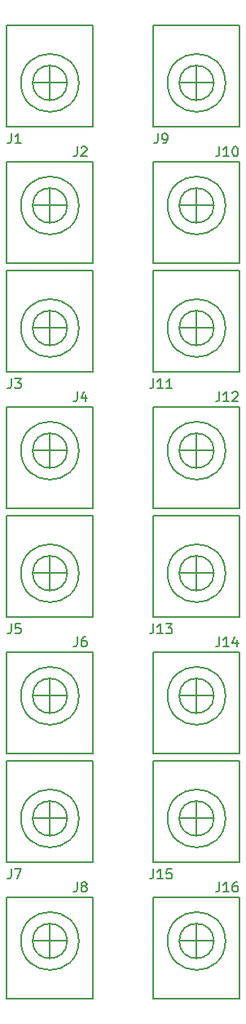
<source format=gbr>
G04 #@! TF.GenerationSoftware,KiCad,Pcbnew,5.1.4-e60b266~84~ubuntu18.04.1*
G04 #@! TF.CreationDate,2019-10-28T13:22:00+08:00*
G04 #@! TF.ProjectId,Lines,4c696e65-732e-46b6-9963-61645f706362,rev?*
G04 #@! TF.SameCoordinates,Original*
G04 #@! TF.FileFunction,Legend,Top*
G04 #@! TF.FilePolarity,Positive*
%FSLAX46Y46*%
G04 Gerber Fmt 4.6, Leading zero omitted, Abs format (unit mm)*
G04 Created by KiCad (PCBNEW 5.1.4-e60b266~84~ubuntu18.04.1) date 2019-10-28 13:22:00*
%MOMM*%
%LPD*%
G04 APERTURE LIST*
%ADD10C,0.150000*%
G04 APERTURE END LIST*
D10*
X136420000Y-146050000D02*
G75*
G03X136420000Y-146050000I-1800000J0D01*
G01*
X137626659Y-146050000D02*
G75*
G03X137626659Y-146050000I-3006659J0D01*
G01*
X139120000Y-152050000D02*
X139120000Y-141550000D01*
X130120000Y-152050000D02*
X139120000Y-152050000D01*
X130120000Y-141550000D02*
X130120000Y-152050000D01*
X139120000Y-141550000D02*
X130120000Y-141550000D01*
X134620000Y-147850000D02*
X134620000Y-144250000D01*
X132820000Y-146050000D02*
X136420000Y-146050000D01*
X136420000Y-133350000D02*
G75*
G03X136420000Y-133350000I-1800000J0D01*
G01*
X137626659Y-133350000D02*
G75*
G03X137626659Y-133350000I-3006659J0D01*
G01*
X130120000Y-127350000D02*
X130120000Y-137850000D01*
X139120000Y-127350000D02*
X130120000Y-127350000D01*
X139120000Y-137850000D02*
X139120000Y-127350000D01*
X130120000Y-137850000D02*
X139120000Y-137850000D01*
X134620000Y-131550000D02*
X134620000Y-135150000D01*
X136420000Y-133350000D02*
X132820000Y-133350000D01*
X136420000Y-120650000D02*
G75*
G03X136420000Y-120650000I-1800000J0D01*
G01*
X137626659Y-120650000D02*
G75*
G03X137626659Y-120650000I-3006659J0D01*
G01*
X139120000Y-126650000D02*
X139120000Y-116150000D01*
X130120000Y-126650000D02*
X139120000Y-126650000D01*
X130120000Y-116150000D02*
X130120000Y-126650000D01*
X139120000Y-116150000D02*
X130120000Y-116150000D01*
X134620000Y-122450000D02*
X134620000Y-118850000D01*
X132820000Y-120650000D02*
X136420000Y-120650000D01*
X136420000Y-107950000D02*
G75*
G03X136420000Y-107950000I-1800000J0D01*
G01*
X137626659Y-107950000D02*
G75*
G03X137626659Y-107950000I-3006659J0D01*
G01*
X130120000Y-101950000D02*
X130120000Y-112450000D01*
X139120000Y-101950000D02*
X130120000Y-101950000D01*
X139120000Y-112450000D02*
X139120000Y-101950000D01*
X130120000Y-112450000D02*
X139120000Y-112450000D01*
X134620000Y-106150000D02*
X134620000Y-109750000D01*
X136420000Y-107950000D02*
X132820000Y-107950000D01*
X136420000Y-95250000D02*
G75*
G03X136420000Y-95250000I-1800000J0D01*
G01*
X137626659Y-95250000D02*
G75*
G03X137626659Y-95250000I-3006659J0D01*
G01*
X139120000Y-101250000D02*
X139120000Y-90750000D01*
X130120000Y-101250000D02*
X139120000Y-101250000D01*
X130120000Y-90750000D02*
X130120000Y-101250000D01*
X139120000Y-90750000D02*
X130120000Y-90750000D01*
X134620000Y-97050000D02*
X134620000Y-93450000D01*
X132820000Y-95250000D02*
X136420000Y-95250000D01*
X136420000Y-82550000D02*
G75*
G03X136420000Y-82550000I-1800000J0D01*
G01*
X137626659Y-82550000D02*
G75*
G03X137626659Y-82550000I-3006659J0D01*
G01*
X130120000Y-76550000D02*
X130120000Y-87050000D01*
X139120000Y-76550000D02*
X130120000Y-76550000D01*
X139120000Y-87050000D02*
X139120000Y-76550000D01*
X130120000Y-87050000D02*
X139120000Y-87050000D01*
X134620000Y-80750000D02*
X134620000Y-84350000D01*
X136420000Y-82550000D02*
X132820000Y-82550000D01*
X136420000Y-69850000D02*
G75*
G03X136420000Y-69850000I-1800000J0D01*
G01*
X137626659Y-69850000D02*
G75*
G03X137626659Y-69850000I-3006659J0D01*
G01*
X139120000Y-75850000D02*
X139120000Y-65350000D01*
X130120000Y-75850000D02*
X139120000Y-75850000D01*
X130120000Y-65350000D02*
X130120000Y-75850000D01*
X139120000Y-65350000D02*
X130120000Y-65350000D01*
X134620000Y-71650000D02*
X134620000Y-68050000D01*
X132820000Y-69850000D02*
X136420000Y-69850000D01*
X136420000Y-57150000D02*
G75*
G03X136420000Y-57150000I-1800000J0D01*
G01*
X137626659Y-57150000D02*
G75*
G03X137626659Y-57150000I-3006659J0D01*
G01*
X130120000Y-51150000D02*
X130120000Y-61650000D01*
X139120000Y-51150000D02*
X130120000Y-51150000D01*
X139120000Y-61650000D02*
X139120000Y-51150000D01*
X130120000Y-61650000D02*
X139120000Y-61650000D01*
X134620000Y-55350000D02*
X134620000Y-58950000D01*
X136420000Y-57150000D02*
X132820000Y-57150000D01*
X121180000Y-146050000D02*
G75*
G03X121180000Y-146050000I-1800000J0D01*
G01*
X122386659Y-146050000D02*
G75*
G03X122386659Y-146050000I-3006659J0D01*
G01*
X123880000Y-152050000D02*
X123880000Y-141550000D01*
X114880000Y-152050000D02*
X123880000Y-152050000D01*
X114880000Y-141550000D02*
X114880000Y-152050000D01*
X123880000Y-141550000D02*
X114880000Y-141550000D01*
X119380000Y-147850000D02*
X119380000Y-144250000D01*
X117580000Y-146050000D02*
X121180000Y-146050000D01*
X121180000Y-133350000D02*
G75*
G03X121180000Y-133350000I-1800000J0D01*
G01*
X122386659Y-133350000D02*
G75*
G03X122386659Y-133350000I-3006659J0D01*
G01*
X114880000Y-127350000D02*
X114880000Y-137850000D01*
X123880000Y-127350000D02*
X114880000Y-127350000D01*
X123880000Y-137850000D02*
X123880000Y-127350000D01*
X114880000Y-137850000D02*
X123880000Y-137850000D01*
X119380000Y-131550000D02*
X119380000Y-135150000D01*
X121180000Y-133350000D02*
X117580000Y-133350000D01*
X121180000Y-120650000D02*
G75*
G03X121180000Y-120650000I-1800000J0D01*
G01*
X122386659Y-120650000D02*
G75*
G03X122386659Y-120650000I-3006659J0D01*
G01*
X123880000Y-126650000D02*
X123880000Y-116150000D01*
X114880000Y-126650000D02*
X123880000Y-126650000D01*
X114880000Y-116150000D02*
X114880000Y-126650000D01*
X123880000Y-116150000D02*
X114880000Y-116150000D01*
X119380000Y-122450000D02*
X119380000Y-118850000D01*
X117580000Y-120650000D02*
X121180000Y-120650000D01*
X121180000Y-107950000D02*
G75*
G03X121180000Y-107950000I-1800000J0D01*
G01*
X122386659Y-107950000D02*
G75*
G03X122386659Y-107950000I-3006659J0D01*
G01*
X114880000Y-101950000D02*
X114880000Y-112450000D01*
X123880000Y-101950000D02*
X114880000Y-101950000D01*
X123880000Y-112450000D02*
X123880000Y-101950000D01*
X114880000Y-112450000D02*
X123880000Y-112450000D01*
X119380000Y-106150000D02*
X119380000Y-109750000D01*
X121180000Y-107950000D02*
X117580000Y-107950000D01*
X121180000Y-95250000D02*
G75*
G03X121180000Y-95250000I-1800000J0D01*
G01*
X122386659Y-95250000D02*
G75*
G03X122386659Y-95250000I-3006659J0D01*
G01*
X123880000Y-101250000D02*
X123880000Y-90750000D01*
X114880000Y-101250000D02*
X123880000Y-101250000D01*
X114880000Y-90750000D02*
X114880000Y-101250000D01*
X123880000Y-90750000D02*
X114880000Y-90750000D01*
X119380000Y-97050000D02*
X119380000Y-93450000D01*
X117580000Y-95250000D02*
X121180000Y-95250000D01*
X121180000Y-82550000D02*
G75*
G03X121180000Y-82550000I-1800000J0D01*
G01*
X122386659Y-82550000D02*
G75*
G03X122386659Y-82550000I-3006659J0D01*
G01*
X114880000Y-76550000D02*
X114880000Y-87050000D01*
X123880000Y-76550000D02*
X114880000Y-76550000D01*
X123880000Y-87050000D02*
X123880000Y-76550000D01*
X114880000Y-87050000D02*
X123880000Y-87050000D01*
X119380000Y-80750000D02*
X119380000Y-84350000D01*
X121180000Y-82550000D02*
X117580000Y-82550000D01*
X121180000Y-69850000D02*
G75*
G03X121180000Y-69850000I-1800000J0D01*
G01*
X122386659Y-69850000D02*
G75*
G03X122386659Y-69850000I-3006659J0D01*
G01*
X123880000Y-75850000D02*
X123880000Y-65350000D01*
X114880000Y-75850000D02*
X123880000Y-75850000D01*
X114880000Y-65350000D02*
X114880000Y-75850000D01*
X123880000Y-65350000D02*
X114880000Y-65350000D01*
X119380000Y-71650000D02*
X119380000Y-68050000D01*
X117580000Y-69850000D02*
X121180000Y-69850000D01*
X121180000Y-57150000D02*
G75*
G03X121180000Y-57150000I-1800000J0D01*
G01*
X122386659Y-57150000D02*
G75*
G03X122386659Y-57150000I-3006659J0D01*
G01*
X114880000Y-51150000D02*
X114880000Y-61650000D01*
X123880000Y-51150000D02*
X114880000Y-51150000D01*
X123880000Y-61650000D02*
X123880000Y-51150000D01*
X114880000Y-61650000D02*
X123880000Y-61650000D01*
X119380000Y-55350000D02*
X119380000Y-58950000D01*
X121180000Y-57150000D02*
X117580000Y-57150000D01*
X136985476Y-139956380D02*
X136985476Y-140670666D01*
X136937857Y-140813523D01*
X136842619Y-140908761D01*
X136699761Y-140956380D01*
X136604523Y-140956380D01*
X137985476Y-140956380D02*
X137414047Y-140956380D01*
X137699761Y-140956380D02*
X137699761Y-139956380D01*
X137604523Y-140099238D01*
X137509285Y-140194476D01*
X137414047Y-140242095D01*
X138842619Y-139956380D02*
X138652142Y-139956380D01*
X138556904Y-140004000D01*
X138509285Y-140051619D01*
X138414047Y-140194476D01*
X138366428Y-140384952D01*
X138366428Y-140765904D01*
X138414047Y-140861142D01*
X138461666Y-140908761D01*
X138556904Y-140956380D01*
X138747380Y-140956380D01*
X138842619Y-140908761D01*
X138890238Y-140861142D01*
X138937857Y-140765904D01*
X138937857Y-140527809D01*
X138890238Y-140432571D01*
X138842619Y-140384952D01*
X138747380Y-140337333D01*
X138556904Y-140337333D01*
X138461666Y-140384952D01*
X138414047Y-140432571D01*
X138366428Y-140527809D01*
X130127476Y-138602380D02*
X130127476Y-139316666D01*
X130079857Y-139459523D01*
X129984619Y-139554761D01*
X129841761Y-139602380D01*
X129746523Y-139602380D01*
X131127476Y-139602380D02*
X130556047Y-139602380D01*
X130841761Y-139602380D02*
X130841761Y-138602380D01*
X130746523Y-138745238D01*
X130651285Y-138840476D01*
X130556047Y-138888095D01*
X132032238Y-138602380D02*
X131556047Y-138602380D01*
X131508428Y-139078571D01*
X131556047Y-139030952D01*
X131651285Y-138983333D01*
X131889380Y-138983333D01*
X131984619Y-139030952D01*
X132032238Y-139078571D01*
X132079857Y-139173809D01*
X132079857Y-139411904D01*
X132032238Y-139507142D01*
X131984619Y-139554761D01*
X131889380Y-139602380D01*
X131651285Y-139602380D01*
X131556047Y-139554761D01*
X131508428Y-139507142D01*
X136985476Y-114556380D02*
X136985476Y-115270666D01*
X136937857Y-115413523D01*
X136842619Y-115508761D01*
X136699761Y-115556380D01*
X136604523Y-115556380D01*
X137985476Y-115556380D02*
X137414047Y-115556380D01*
X137699761Y-115556380D02*
X137699761Y-114556380D01*
X137604523Y-114699238D01*
X137509285Y-114794476D01*
X137414047Y-114842095D01*
X138842619Y-114889714D02*
X138842619Y-115556380D01*
X138604523Y-114508761D02*
X138366428Y-115223047D01*
X138985476Y-115223047D01*
X130127476Y-113202380D02*
X130127476Y-113916666D01*
X130079857Y-114059523D01*
X129984619Y-114154761D01*
X129841761Y-114202380D01*
X129746523Y-114202380D01*
X131127476Y-114202380D02*
X130556047Y-114202380D01*
X130841761Y-114202380D02*
X130841761Y-113202380D01*
X130746523Y-113345238D01*
X130651285Y-113440476D01*
X130556047Y-113488095D01*
X131460809Y-113202380D02*
X132079857Y-113202380D01*
X131746523Y-113583333D01*
X131889380Y-113583333D01*
X131984619Y-113630952D01*
X132032238Y-113678571D01*
X132079857Y-113773809D01*
X132079857Y-114011904D01*
X132032238Y-114107142D01*
X131984619Y-114154761D01*
X131889380Y-114202380D01*
X131603666Y-114202380D01*
X131508428Y-114154761D01*
X131460809Y-114107142D01*
X136985476Y-89156380D02*
X136985476Y-89870666D01*
X136937857Y-90013523D01*
X136842619Y-90108761D01*
X136699761Y-90156380D01*
X136604523Y-90156380D01*
X137985476Y-90156380D02*
X137414047Y-90156380D01*
X137699761Y-90156380D02*
X137699761Y-89156380D01*
X137604523Y-89299238D01*
X137509285Y-89394476D01*
X137414047Y-89442095D01*
X138366428Y-89251619D02*
X138414047Y-89204000D01*
X138509285Y-89156380D01*
X138747380Y-89156380D01*
X138842619Y-89204000D01*
X138890238Y-89251619D01*
X138937857Y-89346857D01*
X138937857Y-89442095D01*
X138890238Y-89584952D01*
X138318809Y-90156380D01*
X138937857Y-90156380D01*
X130127476Y-87802380D02*
X130127476Y-88516666D01*
X130079857Y-88659523D01*
X129984619Y-88754761D01*
X129841761Y-88802380D01*
X129746523Y-88802380D01*
X131127476Y-88802380D02*
X130556047Y-88802380D01*
X130841761Y-88802380D02*
X130841761Y-87802380D01*
X130746523Y-87945238D01*
X130651285Y-88040476D01*
X130556047Y-88088095D01*
X132079857Y-88802380D02*
X131508428Y-88802380D01*
X131794142Y-88802380D02*
X131794142Y-87802380D01*
X131698904Y-87945238D01*
X131603666Y-88040476D01*
X131508428Y-88088095D01*
X136985476Y-63756380D02*
X136985476Y-64470666D01*
X136937857Y-64613523D01*
X136842619Y-64708761D01*
X136699761Y-64756380D01*
X136604523Y-64756380D01*
X137985476Y-64756380D02*
X137414047Y-64756380D01*
X137699761Y-64756380D02*
X137699761Y-63756380D01*
X137604523Y-63899238D01*
X137509285Y-63994476D01*
X137414047Y-64042095D01*
X138604523Y-63756380D02*
X138699761Y-63756380D01*
X138795000Y-63804000D01*
X138842619Y-63851619D01*
X138890238Y-63946857D01*
X138937857Y-64137333D01*
X138937857Y-64375428D01*
X138890238Y-64565904D01*
X138842619Y-64661142D01*
X138795000Y-64708761D01*
X138699761Y-64756380D01*
X138604523Y-64756380D01*
X138509285Y-64708761D01*
X138461666Y-64661142D01*
X138414047Y-64565904D01*
X138366428Y-64375428D01*
X138366428Y-64137333D01*
X138414047Y-63946857D01*
X138461666Y-63851619D01*
X138509285Y-63804000D01*
X138604523Y-63756380D01*
X130603666Y-62402380D02*
X130603666Y-63116666D01*
X130556047Y-63259523D01*
X130460809Y-63354761D01*
X130317952Y-63402380D01*
X130222714Y-63402380D01*
X131127476Y-63402380D02*
X131317952Y-63402380D01*
X131413190Y-63354761D01*
X131460809Y-63307142D01*
X131556047Y-63164285D01*
X131603666Y-62973809D01*
X131603666Y-62592857D01*
X131556047Y-62497619D01*
X131508428Y-62450000D01*
X131413190Y-62402380D01*
X131222714Y-62402380D01*
X131127476Y-62450000D01*
X131079857Y-62497619D01*
X131032238Y-62592857D01*
X131032238Y-62830952D01*
X131079857Y-62926190D01*
X131127476Y-62973809D01*
X131222714Y-63021428D01*
X131413190Y-63021428D01*
X131508428Y-62973809D01*
X131556047Y-62926190D01*
X131603666Y-62830952D01*
X122221666Y-139956380D02*
X122221666Y-140670666D01*
X122174047Y-140813523D01*
X122078809Y-140908761D01*
X121935952Y-140956380D01*
X121840714Y-140956380D01*
X122840714Y-140384952D02*
X122745476Y-140337333D01*
X122697857Y-140289714D01*
X122650238Y-140194476D01*
X122650238Y-140146857D01*
X122697857Y-140051619D01*
X122745476Y-140004000D01*
X122840714Y-139956380D01*
X123031190Y-139956380D01*
X123126428Y-140004000D01*
X123174047Y-140051619D01*
X123221666Y-140146857D01*
X123221666Y-140194476D01*
X123174047Y-140289714D01*
X123126428Y-140337333D01*
X123031190Y-140384952D01*
X122840714Y-140384952D01*
X122745476Y-140432571D01*
X122697857Y-140480190D01*
X122650238Y-140575428D01*
X122650238Y-140765904D01*
X122697857Y-140861142D01*
X122745476Y-140908761D01*
X122840714Y-140956380D01*
X123031190Y-140956380D01*
X123126428Y-140908761D01*
X123174047Y-140861142D01*
X123221666Y-140765904D01*
X123221666Y-140575428D01*
X123174047Y-140480190D01*
X123126428Y-140432571D01*
X123031190Y-140384952D01*
X115363666Y-138602380D02*
X115363666Y-139316666D01*
X115316047Y-139459523D01*
X115220809Y-139554761D01*
X115077952Y-139602380D01*
X114982714Y-139602380D01*
X115744619Y-138602380D02*
X116411285Y-138602380D01*
X115982714Y-139602380D01*
X122221666Y-114556380D02*
X122221666Y-115270666D01*
X122174047Y-115413523D01*
X122078809Y-115508761D01*
X121935952Y-115556380D01*
X121840714Y-115556380D01*
X123126428Y-114556380D02*
X122935952Y-114556380D01*
X122840714Y-114604000D01*
X122793095Y-114651619D01*
X122697857Y-114794476D01*
X122650238Y-114984952D01*
X122650238Y-115365904D01*
X122697857Y-115461142D01*
X122745476Y-115508761D01*
X122840714Y-115556380D01*
X123031190Y-115556380D01*
X123126428Y-115508761D01*
X123174047Y-115461142D01*
X123221666Y-115365904D01*
X123221666Y-115127809D01*
X123174047Y-115032571D01*
X123126428Y-114984952D01*
X123031190Y-114937333D01*
X122840714Y-114937333D01*
X122745476Y-114984952D01*
X122697857Y-115032571D01*
X122650238Y-115127809D01*
X115363666Y-113202380D02*
X115363666Y-113916666D01*
X115316047Y-114059523D01*
X115220809Y-114154761D01*
X115077952Y-114202380D01*
X114982714Y-114202380D01*
X116316047Y-113202380D02*
X115839857Y-113202380D01*
X115792238Y-113678571D01*
X115839857Y-113630952D01*
X115935095Y-113583333D01*
X116173190Y-113583333D01*
X116268428Y-113630952D01*
X116316047Y-113678571D01*
X116363666Y-113773809D01*
X116363666Y-114011904D01*
X116316047Y-114107142D01*
X116268428Y-114154761D01*
X116173190Y-114202380D01*
X115935095Y-114202380D01*
X115839857Y-114154761D01*
X115792238Y-114107142D01*
X122221666Y-89156380D02*
X122221666Y-89870666D01*
X122174047Y-90013523D01*
X122078809Y-90108761D01*
X121935952Y-90156380D01*
X121840714Y-90156380D01*
X123126428Y-89489714D02*
X123126428Y-90156380D01*
X122888333Y-89108761D02*
X122650238Y-89823047D01*
X123269285Y-89823047D01*
X115363666Y-87802380D02*
X115363666Y-88516666D01*
X115316047Y-88659523D01*
X115220809Y-88754761D01*
X115077952Y-88802380D01*
X114982714Y-88802380D01*
X115744619Y-87802380D02*
X116363666Y-87802380D01*
X116030333Y-88183333D01*
X116173190Y-88183333D01*
X116268428Y-88230952D01*
X116316047Y-88278571D01*
X116363666Y-88373809D01*
X116363666Y-88611904D01*
X116316047Y-88707142D01*
X116268428Y-88754761D01*
X116173190Y-88802380D01*
X115887476Y-88802380D01*
X115792238Y-88754761D01*
X115744619Y-88707142D01*
X122221666Y-63756380D02*
X122221666Y-64470666D01*
X122174047Y-64613523D01*
X122078809Y-64708761D01*
X121935952Y-64756380D01*
X121840714Y-64756380D01*
X122650238Y-63851619D02*
X122697857Y-63804000D01*
X122793095Y-63756380D01*
X123031190Y-63756380D01*
X123126428Y-63804000D01*
X123174047Y-63851619D01*
X123221666Y-63946857D01*
X123221666Y-64042095D01*
X123174047Y-64184952D01*
X122602619Y-64756380D01*
X123221666Y-64756380D01*
X115363666Y-62402380D02*
X115363666Y-63116666D01*
X115316047Y-63259523D01*
X115220809Y-63354761D01*
X115077952Y-63402380D01*
X114982714Y-63402380D01*
X116363666Y-63402380D02*
X115792238Y-63402380D01*
X116077952Y-63402380D02*
X116077952Y-62402380D01*
X115982714Y-62545238D01*
X115887476Y-62640476D01*
X115792238Y-62688095D01*
M02*

</source>
